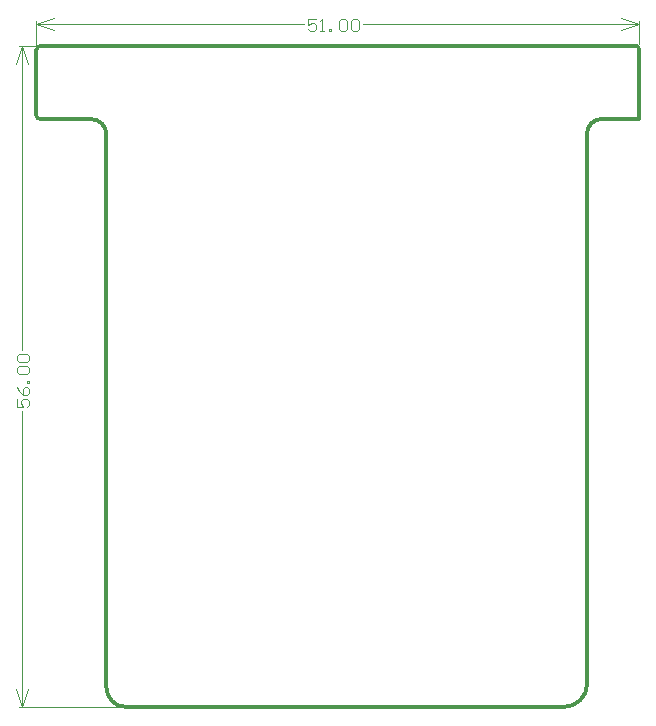
<source format=gko>
G04 Layer_Color=16711935*
%FSLAX24Y24*%
%MOIN*%
G70*
G01*
G75*
%ADD24C,0.0118*%
%ADD47C,0.0039*%
D24*
X15256Y0D02*
G03*
X16024Y768I0J768D01*
G01*
X0Y650D02*
G03*
X650Y0I650J0D01*
G01*
X16506Y19596D02*
G03*
X16024Y19114I0J-482D01*
G01*
X0Y19085D02*
G03*
X-512Y19596I-512J0D01*
G01*
X-2175Y22047D02*
G03*
X-2333Y21890I0J-157D01*
G01*
Y19724D02*
G03*
X-2205Y19596I128J0D01*
G01*
X17746Y21939D02*
G03*
X17638Y22047I-108J0D01*
G01*
X650Y0D02*
X15256D01*
X16506Y19596D02*
X17746D01*
X16024Y768D02*
Y19114D01*
X0Y650D02*
Y19085D01*
X-2205Y19596D02*
X-512D01*
X-2333Y19724D02*
Y21890D01*
X-2175Y22047D02*
X17638D01*
X17746Y19596D02*
Y21939D01*
D47*
X-2905Y0D02*
X491D01*
X-2905Y22047D02*
X-2334D01*
X-2805Y0D02*
Y9859D01*
Y11909D02*
Y22047D01*
Y0D02*
X-2605Y600D01*
X-3005D02*
X-2805Y0D01*
X-3005Y21447D02*
X-2805Y22047D01*
X-2605Y21447D01*
X17746Y22098D02*
Y22866D01*
X-2333Y22049D02*
Y22866D01*
X8559Y22766D02*
X17746D01*
X-2333D02*
X6575D01*
X17146Y22966D02*
X17746Y22766D01*
X17146Y22566D02*
X17746Y22766D01*
X-2333D02*
X-1733Y22566D01*
X-2333Y22766D02*
X-1733Y22966D01*
X-2963Y10261D02*
Y9999D01*
X-2766D01*
X-2831Y10130D01*
Y10195D01*
X-2766Y10261D01*
X-2635D01*
X-2569Y10195D01*
Y10064D01*
X-2635Y9999D01*
X-2963Y10655D02*
X-2897Y10523D01*
X-2766Y10392D01*
X-2635D01*
X-2569Y10458D01*
Y10589D01*
X-2635Y10655D01*
X-2700D01*
X-2766Y10589D01*
Y10392D01*
X-2569Y10786D02*
X-2635D01*
Y10851D01*
X-2569D01*
Y10786D01*
X-2897Y11114D02*
X-2963Y11179D01*
Y11311D01*
X-2897Y11376D01*
X-2635D01*
X-2569Y11311D01*
Y11179D01*
X-2635Y11114D01*
X-2897D01*
Y11507D02*
X-2963Y11573D01*
Y11704D01*
X-2897Y11770D01*
X-2635D01*
X-2569Y11704D01*
Y11573D01*
X-2635Y11507D01*
X-2897D01*
X6977Y22923D02*
X6715D01*
Y22726D01*
X6846Y22792D01*
X6911D01*
X6977Y22726D01*
Y22595D01*
X6911Y22530D01*
X6780D01*
X6715Y22595D01*
X7108Y22530D02*
X7239D01*
X7174D01*
Y22923D01*
X7108Y22858D01*
X7436Y22530D02*
Y22595D01*
X7502D01*
Y22530D01*
X7436D01*
X7764Y22858D02*
X7830Y22923D01*
X7961D01*
X8026Y22858D01*
Y22595D01*
X7961Y22530D01*
X7830D01*
X7764Y22595D01*
Y22858D01*
X8158D02*
X8223Y22923D01*
X8354D01*
X8420Y22858D01*
Y22595D01*
X8354Y22530D01*
X8223D01*
X8158Y22595D01*
Y22858D01*
M02*

</source>
